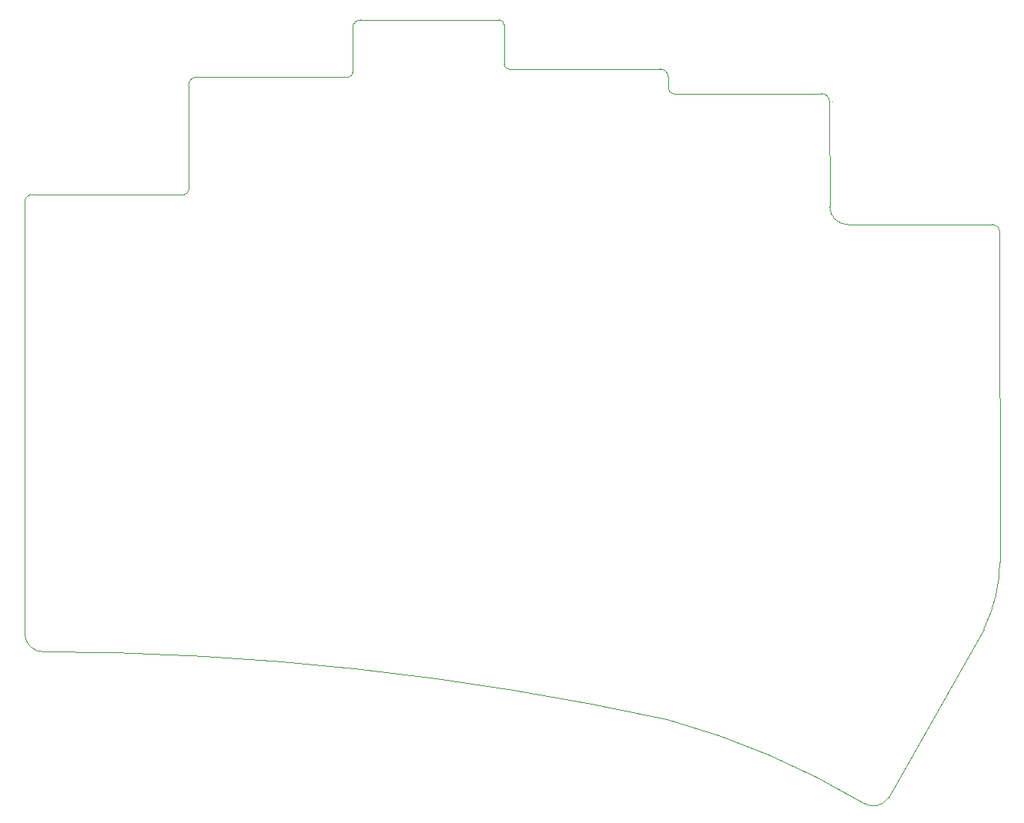
<source format=gm1>
G04 #@! TF.GenerationSoftware,KiCad,Pcbnew,(6.0.4)*
G04 #@! TF.CreationDate,2022-04-21T21:54:51+02:00*
G04 #@! TF.ProjectId,ferris-sweep-compact,66657272-6973-42d7-9377-6565702d636f,0.1*
G04 #@! TF.SameCoordinates,Original*
G04 #@! TF.FileFunction,Profile,NP*
%FSLAX46Y46*%
G04 Gerber Fmt 4.6, Leading zero omitted, Abs format (unit mm)*
G04 Created by KiCad (PCBNEW (6.0.4)) date 2022-04-21 21:54:51*
%MOMM*%
%LPD*%
G01*
G04 APERTURE LIST*
G04 #@! TA.AperFunction,Profile*
%ADD10C,0.050000*%
G04 #@! TD*
G04 APERTURE END LIST*
D10*
X106545378Y-21759157D02*
X106567311Y-23040843D01*
X106567311Y-23040843D02*
G75*
G03*
X107107311Y-23580843I540006J6D01*
G01*
X124620000Y-24450000D02*
X124620000Y-24450000D01*
X124270000Y-24450000D02*
G75*
G03*
X123400000Y-23580000I-870000J0D01*
G01*
X108270000Y-23580000D02*
X123400000Y-23580000D01*
X107107311Y-23580843D02*
X108270000Y-23580000D01*
X106545378Y-21759157D02*
X106545378Y-21759157D01*
X106545378Y-21759157D02*
G75*
G03*
X105675378Y-20889157I-870000J0D01*
G01*
X88492689Y-20350000D02*
G75*
G03*
X89032689Y-20890000I540006J6D01*
G01*
X89032689Y-20890000D02*
X90195378Y-20889157D01*
X90195378Y-20889157D02*
X105675378Y-20889157D01*
X88492689Y-20350000D02*
X88490000Y-16020000D01*
X72720000Y-15480000D02*
G75*
G03*
X71850000Y-16350000I0J-870000D01*
G01*
X88490000Y-16020000D02*
G75*
G03*
X87950000Y-15480000I-540006J-6D01*
G01*
X72720000Y-15480000D02*
X87950000Y-15480000D01*
X71852689Y-21240843D02*
X71850000Y-16350000D01*
X71312689Y-21780839D02*
G75*
G03*
X71852689Y-21240843I1J539999D01*
G01*
X54670000Y-21780000D02*
X70150000Y-21780000D01*
X70150000Y-21780000D02*
X71312689Y-21780843D01*
X54670000Y-21780000D02*
G75*
G03*
X53800000Y-22650000I0J-870000D01*
G01*
X53800000Y-22650000D02*
X53800000Y-22650000D01*
X53820744Y-34150843D02*
X53800000Y-22650000D01*
X52118055Y-34690000D02*
X53280744Y-34690843D01*
X53280744Y-34690843D02*
G75*
G03*
X53820744Y-34150843I0J540000D01*
G01*
X36638055Y-34690000D02*
G75*
G03*
X35768055Y-35560000I0J-870000D01*
G01*
X36638055Y-34690000D02*
X52118055Y-34690000D01*
X35768055Y-35560000D02*
X35786019Y-83102794D01*
X141255303Y-82508150D02*
G75*
G03*
X143002000Y-75184000I-15027155J7454099D01*
G01*
X142990000Y-38758000D02*
X143002000Y-75184000D01*
X124300001Y-36079999D02*
X124270000Y-24450000D01*
X141255304Y-82508150D02*
X130748000Y-101101265D01*
X35768055Y-35560000D02*
X35768055Y-35560000D01*
X126335002Y-38010917D02*
X142240000Y-38008000D01*
X142990000Y-38758000D02*
G75*
G03*
X142240000Y-38008000I-750000J0D01*
G01*
X128016000Y-101700000D02*
G75*
G03*
X130748000Y-101101265I1070000J1650000D01*
G01*
X106487134Y-92513945D02*
G75*
G03*
X37846000Y-85033119I-69219172J-316475508D01*
G01*
X35786020Y-83102794D02*
G75*
G03*
X37846000Y-85033119I1999998J69999D01*
G01*
X128016000Y-101700000D02*
G75*
G03*
X106487134Y-92513946I-44316000J-74040000D01*
G01*
X124300002Y-36079999D02*
G75*
G03*
X126335002Y-38010917I1999998J69999D01*
G01*
M02*

</source>
